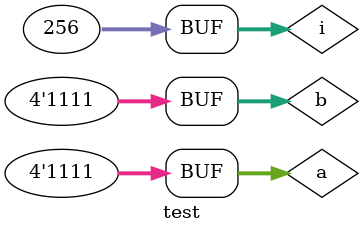
<source format=v>
`timescale 1ns / 1ps


////////////////////////////////////////////////////////////////////////////////

module test;

	// Inputs
	reg [0:3] a;
	reg [0:3] b;

	// Outputs
	wire [0:3] sum;
	wire carry;
	
	integer i;
	// Instantiate the Unit Under Test (UUT)
	Multistages uut (
		.a(a), 
		.b(b), 
		.sum(sum), 
		.carry(carry) 
	);

	initial begin
		// Initialize Inputs
		a = 0;
		b = 0;
	end
	initial
          $monitor( "a(%b) + b(%b)  = carry sum(%b %b)", a, b, carry, sum );      
  always @(a or b)
           begin
			 
           #1000 for ( i = 0; i< 16 * 16; i = i + 1 ) 
                 #10 {a, b} = i;
           end         
//           #10 $stop;	
		
     
endmodule


</source>
